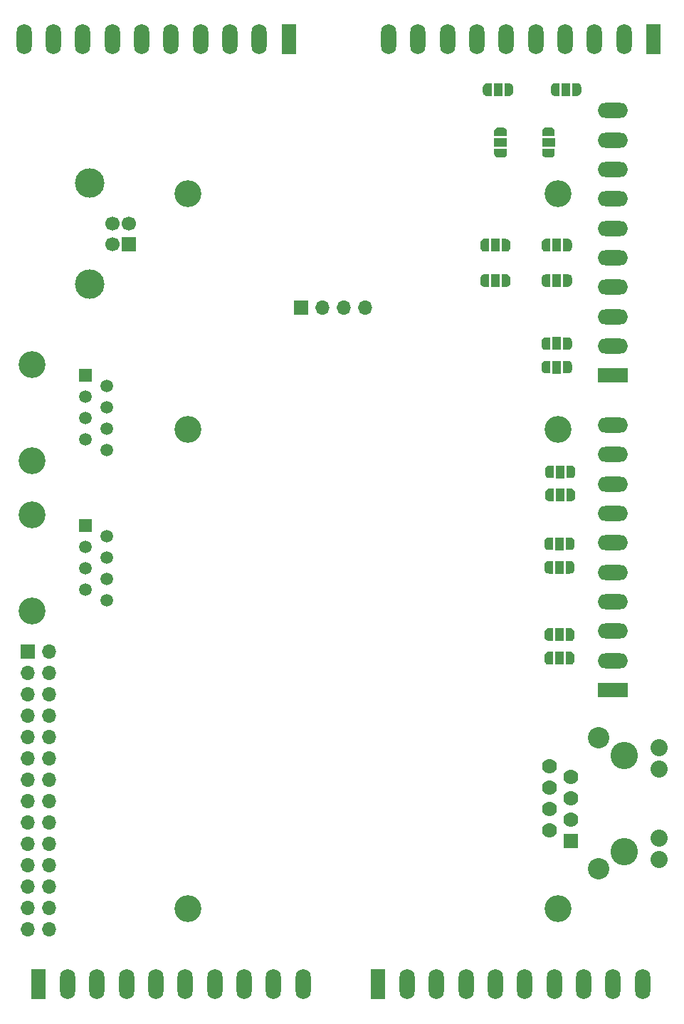
<source format=gbr>
%TF.GenerationSoftware,KiCad,Pcbnew,5.99.0-unknown-b90e72ed07~107~ubuntu18.04.1*%
%TF.CreationDate,2021-02-01T09:40:28+01:00*%
%TF.ProjectId,Uni_Printer,556e695f-5072-4696-9e74-65722e6b6963,rev?*%
%TF.SameCoordinates,PX48009e0PY88da2e0*%
%TF.FileFunction,Soldermask,Bot*%
%TF.FilePolarity,Negative*%
%FSLAX46Y46*%
G04 Gerber Fmt 4.6, Leading zero omitted, Abs format (unit mm)*
G04 Created by KiCad (PCBNEW 5.99.0-unknown-b90e72ed07~107~ubuntu18.04.1) date 2021-02-01 09:40:28*
%MOMM*%
%LPD*%
G01*
G04 APERTURE LIST*
%ADD10C,3.200000*%
%ADD11R,1.800000X3.600000*%
%ADD12O,1.800000X3.600000*%
%ADD13R,1.500000X1.500000*%
%ADD14C,1.500000*%
%ADD15R,3.600000X1.800000*%
%ADD16O,3.600000X1.800000*%
%ADD17R,1.700000X1.700000*%
%ADD18O,1.700000X1.700000*%
%ADD19C,3.251200*%
%ADD20R,1.778000X1.778000*%
%ADD21C,1.778000*%
%ADD22C,2.032000*%
%ADD23C,2.540000*%
%ADD24C,1.700000*%
%ADD25C,3.500000*%
%ADD26R,1.000000X1.500000*%
%ADD27R,1.500000X1.000000*%
G04 APERTURE END LIST*
D10*
X22500000Y101500000D03*
X66500000Y101500000D03*
X66500000Y16500000D03*
X22500000Y16500000D03*
D11*
X4700000Y7500000D03*
D12*
X8200000Y7500000D03*
X11700000Y7500000D03*
X15200000Y7500000D03*
X18700000Y7500000D03*
X22200000Y7500000D03*
X25700000Y7500000D03*
X29200000Y7500000D03*
X32700000Y7500000D03*
X36200000Y7500000D03*
D10*
X3950000Y81170000D03*
X3950000Y69740000D03*
D13*
X10300000Y79900000D03*
D14*
X12840000Y78630000D03*
X10300000Y77360000D03*
X12840000Y76090000D03*
X10300000Y74820000D03*
X12840000Y73550000D03*
X10300000Y72280000D03*
X12840000Y71010000D03*
D15*
X73100000Y42500000D03*
D16*
X73100000Y46000000D03*
X73100000Y49500000D03*
X73100000Y53000000D03*
X73100000Y56500000D03*
X73100000Y60000000D03*
X73100000Y63500000D03*
X73100000Y67000000D03*
X73100000Y70500000D03*
X73100000Y74000000D03*
D17*
X3500000Y47120000D03*
D18*
X6040000Y47120000D03*
X3500000Y44580000D03*
X6040000Y44580000D03*
X3500000Y42040000D03*
X6040000Y42040000D03*
X3500000Y39500000D03*
X6040000Y39500000D03*
X3500000Y36960000D03*
X6040000Y36960000D03*
X3500000Y34420000D03*
X6040000Y34420000D03*
X3500000Y31880000D03*
X6040000Y31880000D03*
X3500000Y29340000D03*
X6040000Y29340000D03*
X3500000Y26800000D03*
X6040000Y26800000D03*
X3500000Y24260000D03*
X6040000Y24260000D03*
X3500000Y21720000D03*
X6040000Y21720000D03*
X3500000Y19180000D03*
X6040000Y19180000D03*
X3500000Y16640000D03*
X6040000Y16640000D03*
X3500000Y14100000D03*
X6040000Y14100000D03*
D10*
X22500000Y73500000D03*
D11*
X77900000Y119900000D03*
D12*
X74400000Y119900000D03*
X70900000Y119900000D03*
X67400000Y119900000D03*
X63900000Y119900000D03*
X60400000Y119900000D03*
X56900000Y119900000D03*
X53400000Y119900000D03*
X49900000Y119900000D03*
X46400000Y119900000D03*
D11*
X34500000Y119900000D03*
D12*
X31000000Y119900000D03*
X27500000Y119900000D03*
X24000000Y119900000D03*
X20500000Y119900000D03*
X17000000Y119900000D03*
X13500000Y119900000D03*
X10000000Y119900000D03*
X6500000Y119900000D03*
X3000000Y119900000D03*
D11*
X45100000Y7500000D03*
D12*
X48600000Y7500000D03*
X52100000Y7500000D03*
X55600000Y7500000D03*
X59100000Y7500000D03*
X62600000Y7500000D03*
X66100000Y7500000D03*
X69600000Y7500000D03*
X73100000Y7500000D03*
X76600000Y7500000D03*
D15*
X73100000Y79900000D03*
D16*
X73100000Y83400000D03*
X73100000Y86900000D03*
X73100000Y90400000D03*
X73100000Y93900000D03*
X73100000Y97400000D03*
X73100000Y100900000D03*
X73100000Y104400000D03*
X73100000Y107900000D03*
X73100000Y111400000D03*
D19*
X74450000Y34760000D03*
X74450000Y23330000D03*
D20*
X68100000Y24600000D03*
D21*
X65560000Y25870000D03*
X68100000Y27140000D03*
X65560000Y28410000D03*
X68100000Y29680000D03*
X65560000Y30950000D03*
X68100000Y32220000D03*
X65560000Y33490000D03*
D22*
X78564800Y22395400D03*
X78564800Y24935000D03*
X78564800Y33130000D03*
X78564800Y35669200D03*
D23*
X71400000Y36795000D03*
X71400000Y21295000D03*
D17*
X15500000Y95500000D03*
D24*
X15500000Y98000000D03*
X13500000Y98000000D03*
X13500000Y95500000D03*
D25*
X10790000Y102770000D03*
X10790000Y90730000D03*
D17*
X36000000Y88000000D03*
D18*
X38540000Y88000000D03*
X41080000Y88000000D03*
X43620000Y88000000D03*
D10*
X66500000Y73500000D03*
X3950000Y63370000D03*
X3950000Y51940000D03*
D13*
X10300000Y62100000D03*
D14*
X12840000Y60830000D03*
X10300000Y59560000D03*
X12840000Y58290000D03*
X10300000Y57020000D03*
X12840000Y55750000D03*
X10300000Y54480000D03*
X12840000Y53210000D03*
G36*
X65650000Y94650000D02*
G01*
X65100000Y94650000D01*
X65100000Y94654967D01*
X65020059Y94656432D01*
X64884744Y94698707D01*
X64766734Y94777262D01*
X64675514Y94885781D01*
X64618419Y95015540D01*
X64600836Y95150000D01*
X64600000Y95150000D01*
X64600000Y95650000D01*
X64600836Y95650000D01*
X64600037Y95656109D01*
X64621848Y95796186D01*
X64682096Y95924511D01*
X64775940Y96030769D01*
X64895835Y96106417D01*
X65032142Y96145374D01*
X65100000Y96144959D01*
X65100000Y96150000D01*
X65650000Y96150000D01*
X65650000Y94650000D01*
G37*
D26*
X66400000Y95400000D03*
G36*
X67700000Y96144959D02*
G01*
X67773905Y96144508D01*
X67909726Y96103889D01*
X68028688Y96026782D01*
X68121226Y95919385D01*
X68179903Y95790333D01*
X68200000Y95650000D01*
X68200000Y95150000D01*
X68199851Y95137784D01*
X68176331Y94997983D01*
X68114519Y94870404D01*
X68019384Y94765300D01*
X67898574Y94691123D01*
X67761801Y94653834D01*
X67700000Y94654967D01*
X67700000Y94650000D01*
X67150000Y94650000D01*
X67150000Y96150000D01*
X67700000Y96150000D01*
X67700000Y96144959D01*
G37*
G36*
X59850000Y91950000D02*
G01*
X60400000Y91950000D01*
X60400000Y91945033D01*
X60479941Y91943568D01*
X60615256Y91901293D01*
X60733266Y91822738D01*
X60824486Y91714219D01*
X60881581Y91584460D01*
X60899164Y91450000D01*
X60900000Y91450000D01*
X60900000Y90950000D01*
X60899164Y90950000D01*
X60899963Y90943891D01*
X60878152Y90803814D01*
X60817904Y90675489D01*
X60724060Y90569231D01*
X60604165Y90493583D01*
X60467858Y90454626D01*
X60400000Y90455041D01*
X60400000Y90450000D01*
X59850000Y90450000D01*
X59850000Y91950000D01*
G37*
X59100000Y91200000D03*
G36*
X57800000Y90455041D02*
G01*
X57726095Y90455492D01*
X57590274Y90496111D01*
X57471312Y90573218D01*
X57378774Y90680615D01*
X57320097Y90809667D01*
X57300000Y90950000D01*
X57300000Y91450000D01*
X57300149Y91462216D01*
X57323669Y91602017D01*
X57385481Y91729596D01*
X57480616Y91834700D01*
X57601426Y91908877D01*
X57738199Y91946166D01*
X57800000Y91945033D01*
X57800000Y91950000D01*
X58350000Y91950000D01*
X58350000Y90450000D01*
X57800000Y90450000D01*
X57800000Y90455041D01*
G37*
G36*
X65650000Y90450000D02*
G01*
X65100000Y90450000D01*
X65100000Y90454967D01*
X65020059Y90456432D01*
X64884744Y90498707D01*
X64766734Y90577262D01*
X64675514Y90685781D01*
X64618419Y90815540D01*
X64600836Y90950000D01*
X64600000Y90950000D01*
X64600000Y91450000D01*
X64600836Y91450000D01*
X64600037Y91456109D01*
X64621848Y91596186D01*
X64682096Y91724511D01*
X64775940Y91830769D01*
X64895835Y91906417D01*
X65032142Y91945374D01*
X65100000Y91944959D01*
X65100000Y91950000D01*
X65650000Y91950000D01*
X65650000Y90450000D01*
G37*
X66400000Y91200000D03*
G36*
X67700000Y91944959D02*
G01*
X67773905Y91944508D01*
X67909726Y91903889D01*
X68028688Y91826782D01*
X68121226Y91719385D01*
X68179903Y91590333D01*
X68200000Y91450000D01*
X68200000Y90950000D01*
X68199851Y90937784D01*
X68176331Y90797983D01*
X68114519Y90670404D01*
X68019384Y90565300D01*
X67898574Y90491123D01*
X67761801Y90453834D01*
X67700000Y90454967D01*
X67700000Y90450000D01*
X67150000Y90450000D01*
X67150000Y91950000D01*
X67700000Y91950000D01*
X67700000Y91944959D01*
G37*
G36*
X65650000Y82950000D02*
G01*
X65100000Y82950000D01*
X65100000Y82954967D01*
X65020059Y82956432D01*
X64884744Y82998707D01*
X64766734Y83077262D01*
X64675514Y83185781D01*
X64618419Y83315540D01*
X64600836Y83450000D01*
X64600000Y83450000D01*
X64600000Y83950000D01*
X64600836Y83950000D01*
X64600037Y83956109D01*
X64621848Y84096186D01*
X64682096Y84224511D01*
X64775940Y84330769D01*
X64895835Y84406417D01*
X65032142Y84445374D01*
X65100000Y84444959D01*
X65100000Y84450000D01*
X65650000Y84450000D01*
X65650000Y82950000D01*
G37*
X66400000Y83700000D03*
G36*
X67700000Y84444959D02*
G01*
X67773905Y84444508D01*
X67909726Y84403889D01*
X68028688Y84326782D01*
X68121226Y84219385D01*
X68179903Y84090333D01*
X68200000Y83950000D01*
X68200000Y83450000D01*
X68199851Y83437784D01*
X68176331Y83297983D01*
X68114519Y83170404D01*
X68019384Y83065300D01*
X67898574Y82991123D01*
X67761801Y82953834D01*
X67700000Y82954967D01*
X67700000Y82950000D01*
X67150000Y82950000D01*
X67150000Y84450000D01*
X67700000Y84450000D01*
X67700000Y84444959D01*
G37*
G36*
X67550000Y66450000D02*
G01*
X68100000Y66450000D01*
X68100000Y66445033D01*
X68179941Y66443568D01*
X68315256Y66401293D01*
X68433266Y66322738D01*
X68524486Y66214219D01*
X68581581Y66084460D01*
X68599164Y65950000D01*
X68600000Y65950000D01*
X68600000Y65450000D01*
X68599164Y65450000D01*
X68599963Y65443891D01*
X68578152Y65303814D01*
X68517904Y65175489D01*
X68424060Y65069231D01*
X68304165Y64993583D01*
X68167858Y64954626D01*
X68100000Y64955041D01*
X68100000Y64950000D01*
X67550000Y64950000D01*
X67550000Y66450000D01*
G37*
X66800000Y65700000D03*
G36*
X65500000Y64955041D02*
G01*
X65426095Y64955492D01*
X65290274Y64996111D01*
X65171312Y65073218D01*
X65078774Y65180615D01*
X65020097Y65309667D01*
X65000000Y65450000D01*
X65000000Y65950000D01*
X65000149Y65962216D01*
X65023669Y66102017D01*
X65085481Y66229596D01*
X65180616Y66334700D01*
X65301426Y66408877D01*
X65438199Y66446166D01*
X65500000Y66445033D01*
X65500000Y66450000D01*
X66050000Y66450000D01*
X66050000Y64950000D01*
X65500000Y64950000D01*
X65500000Y64955041D01*
G37*
G36*
X65950000Y59150000D02*
G01*
X65400000Y59150000D01*
X65400000Y59154967D01*
X65320059Y59156432D01*
X65184744Y59198707D01*
X65066734Y59277262D01*
X64975514Y59385781D01*
X64918419Y59515540D01*
X64900836Y59650000D01*
X64900000Y59650000D01*
X64900000Y60150000D01*
X64900836Y60150000D01*
X64900037Y60156109D01*
X64921848Y60296186D01*
X64982096Y60424511D01*
X65075940Y60530769D01*
X65195835Y60606417D01*
X65332142Y60645374D01*
X65400000Y60644959D01*
X65400000Y60650000D01*
X65950000Y60650000D01*
X65950000Y59150000D01*
G37*
X66700000Y59900000D03*
G36*
X68000000Y60644959D02*
G01*
X68073905Y60644508D01*
X68209726Y60603889D01*
X68328688Y60526782D01*
X68421226Y60419385D01*
X68479903Y60290333D01*
X68500000Y60150000D01*
X68500000Y59650000D01*
X68499851Y59637784D01*
X68476331Y59497983D01*
X68414519Y59370404D01*
X68319384Y59265300D01*
X68198574Y59191123D01*
X68061801Y59153834D01*
X68000000Y59154967D01*
X68000000Y59150000D01*
X67450000Y59150000D01*
X67450000Y60650000D01*
X68000000Y60650000D01*
X68000000Y60644959D01*
G37*
G36*
X67150000Y81650000D02*
G01*
X67700000Y81650000D01*
X67700000Y81645033D01*
X67779941Y81643568D01*
X67915256Y81601293D01*
X68033266Y81522738D01*
X68124486Y81414219D01*
X68181581Y81284460D01*
X68199164Y81150000D01*
X68200000Y81150000D01*
X68200000Y80650000D01*
X68199164Y80650000D01*
X68199963Y80643891D01*
X68178152Y80503814D01*
X68117904Y80375489D01*
X68024060Y80269231D01*
X67904165Y80193583D01*
X67767858Y80154626D01*
X67700000Y80155041D01*
X67700000Y80150000D01*
X67150000Y80150000D01*
X67150000Y81650000D01*
G37*
X66400000Y80900000D03*
G36*
X65100000Y80155041D02*
G01*
X65026095Y80155492D01*
X64890274Y80196111D01*
X64771312Y80273218D01*
X64678774Y80380615D01*
X64620097Y80509667D01*
X64600000Y80650000D01*
X64600000Y81150000D01*
X64600149Y81162216D01*
X64623669Y81302017D01*
X64685481Y81429596D01*
X64780616Y81534700D01*
X64901426Y81608877D01*
X65038199Y81646166D01*
X65100000Y81645033D01*
X65100000Y81650000D01*
X65650000Y81650000D01*
X65650000Y80150000D01*
X65100000Y80150000D01*
X65100000Y80155041D01*
G37*
G36*
X60150000Y114650000D02*
G01*
X60700000Y114650000D01*
X60700000Y114645033D01*
X60779941Y114643568D01*
X60915256Y114601293D01*
X61033266Y114522738D01*
X61124486Y114414219D01*
X61181581Y114284460D01*
X61199164Y114150000D01*
X61200000Y114150000D01*
X61200000Y113650000D01*
X61199164Y113650000D01*
X61199963Y113643891D01*
X61178152Y113503814D01*
X61117904Y113375489D01*
X61024060Y113269231D01*
X60904165Y113193583D01*
X60767858Y113154626D01*
X60700000Y113155041D01*
X60700000Y113150000D01*
X60150000Y113150000D01*
X60150000Y114650000D01*
G37*
X59400000Y113900000D03*
G36*
X58100000Y113155041D02*
G01*
X58026095Y113155492D01*
X57890274Y113196111D01*
X57771312Y113273218D01*
X57678774Y113380615D01*
X57620097Y113509667D01*
X57600000Y113650000D01*
X57600000Y114150000D01*
X57600149Y114162216D01*
X57623669Y114302017D01*
X57685481Y114429596D01*
X57780616Y114534700D01*
X57901426Y114608877D01*
X58038199Y114646166D01*
X58100000Y114645033D01*
X58100000Y114650000D01*
X58650000Y114650000D01*
X58650000Y113150000D01*
X58100000Y113150000D01*
X58100000Y113155041D01*
G37*
G36*
X65950000Y48350000D02*
G01*
X65400000Y48350000D01*
X65400000Y48354967D01*
X65320059Y48356432D01*
X65184744Y48398707D01*
X65066734Y48477262D01*
X64975514Y48585781D01*
X64918419Y48715540D01*
X64900836Y48850000D01*
X64900000Y48850000D01*
X64900000Y49350000D01*
X64900836Y49350000D01*
X64900037Y49356109D01*
X64921848Y49496186D01*
X64982096Y49624511D01*
X65075940Y49730769D01*
X65195835Y49806417D01*
X65332142Y49845374D01*
X65400000Y49844959D01*
X65400000Y49850000D01*
X65950000Y49850000D01*
X65950000Y48350000D01*
G37*
X66700000Y49100000D03*
G36*
X68000000Y49844959D02*
G01*
X68073905Y49844508D01*
X68209726Y49803889D01*
X68328688Y49726782D01*
X68421226Y49619385D01*
X68479903Y49490333D01*
X68500000Y49350000D01*
X68500000Y48850000D01*
X68499851Y48837784D01*
X68476331Y48697983D01*
X68414519Y48570404D01*
X68319384Y48465300D01*
X68198574Y48391123D01*
X68061801Y48353834D01*
X68000000Y48354967D01*
X68000000Y48350000D01*
X67450000Y48350000D01*
X67450000Y49850000D01*
X68000000Y49850000D01*
X68000000Y49844959D01*
G37*
G36*
X66050000Y67700000D02*
G01*
X65500000Y67700000D01*
X65500000Y67704967D01*
X65420059Y67706432D01*
X65284744Y67748707D01*
X65166734Y67827262D01*
X65075514Y67935781D01*
X65018419Y68065540D01*
X65000836Y68200000D01*
X65000000Y68200000D01*
X65000000Y68700000D01*
X65000836Y68700000D01*
X65000037Y68706109D01*
X65021848Y68846186D01*
X65082096Y68974511D01*
X65175940Y69080769D01*
X65295835Y69156417D01*
X65432142Y69195374D01*
X65500000Y69194959D01*
X65500000Y69200000D01*
X66050000Y69200000D01*
X66050000Y67700000D01*
G37*
X66800000Y68450000D03*
G36*
X68100000Y69194959D02*
G01*
X68173905Y69194508D01*
X68309726Y69153889D01*
X68428688Y69076782D01*
X68521226Y68969385D01*
X68579903Y68840333D01*
X68600000Y68700000D01*
X68600000Y68200000D01*
X68599851Y68187784D01*
X68576331Y68047983D01*
X68514519Y67920404D01*
X68419384Y67815300D01*
X68298574Y67741123D01*
X68161801Y67703834D01*
X68100000Y67704967D01*
X68100000Y67700000D01*
X67550000Y67700000D01*
X67550000Y69200000D01*
X68100000Y69200000D01*
X68100000Y69194959D01*
G37*
G36*
X66150000Y106850000D02*
G01*
X66150000Y106300000D01*
X66145033Y106300000D01*
X66143568Y106220059D01*
X66101293Y106084744D01*
X66022738Y105966734D01*
X65914219Y105875514D01*
X65784460Y105818419D01*
X65650000Y105800836D01*
X65650000Y105800000D01*
X65150000Y105800000D01*
X65150000Y105800836D01*
X65143891Y105800037D01*
X65003814Y105821848D01*
X64875489Y105882096D01*
X64769231Y105975940D01*
X64693583Y106095835D01*
X64654626Y106232142D01*
X64655041Y106300000D01*
X64650000Y106300000D01*
X64650000Y106850000D01*
X66150000Y106850000D01*
G37*
D27*
X65400000Y107600000D03*
G36*
X64655041Y108900000D02*
G01*
X64655492Y108973905D01*
X64696111Y109109726D01*
X64773218Y109228688D01*
X64880615Y109321226D01*
X65009667Y109379903D01*
X65150000Y109400000D01*
X65650000Y109400000D01*
X65662216Y109399851D01*
X65802017Y109376331D01*
X65929596Y109314519D01*
X66034700Y109219384D01*
X66108877Y109098574D01*
X66146166Y108961801D01*
X66145033Y108900000D01*
X66150000Y108900000D01*
X66150000Y108350000D01*
X64650000Y108350000D01*
X64650000Y108900000D01*
X64655041Y108900000D01*
G37*
G36*
X59850000Y96150000D02*
G01*
X60400000Y96150000D01*
X60400000Y96145033D01*
X60479941Y96143568D01*
X60615256Y96101293D01*
X60733266Y96022738D01*
X60824486Y95914219D01*
X60881581Y95784460D01*
X60899164Y95650000D01*
X60900000Y95650000D01*
X60900000Y95150000D01*
X60899164Y95150000D01*
X60899963Y95143891D01*
X60878152Y95003814D01*
X60817904Y94875489D01*
X60724060Y94769231D01*
X60604165Y94693583D01*
X60467858Y94654626D01*
X60400000Y94655041D01*
X60400000Y94650000D01*
X59850000Y94650000D01*
X59850000Y96150000D01*
G37*
D26*
X59100000Y95400000D03*
G36*
X57800000Y94655041D02*
G01*
X57726095Y94655492D01*
X57590274Y94696111D01*
X57471312Y94773218D01*
X57378774Y94880615D01*
X57320097Y95009667D01*
X57300000Y95150000D01*
X57300000Y95650000D01*
X57300149Y95662216D01*
X57323669Y95802017D01*
X57385481Y95929596D01*
X57480616Y96034700D01*
X57601426Y96108877D01*
X57738199Y96146166D01*
X57800000Y96145033D01*
X57800000Y96150000D01*
X58350000Y96150000D01*
X58350000Y94650000D01*
X57800000Y94650000D01*
X57800000Y94655041D01*
G37*
G36*
X67450000Y47050000D02*
G01*
X68000000Y47050000D01*
X68000000Y47045033D01*
X68079941Y47043568D01*
X68215256Y47001293D01*
X68333266Y46922738D01*
X68424486Y46814219D01*
X68481581Y46684460D01*
X68499164Y46550000D01*
X68500000Y46550000D01*
X68500000Y46050000D01*
X68499164Y46050000D01*
X68499963Y46043891D01*
X68478152Y45903814D01*
X68417904Y45775489D01*
X68324060Y45669231D01*
X68204165Y45593583D01*
X68067858Y45554626D01*
X68000000Y45555041D01*
X68000000Y45550000D01*
X67450000Y45550000D01*
X67450000Y47050000D01*
G37*
X66700000Y46300000D03*
G36*
X65400000Y45555041D02*
G01*
X65326095Y45555492D01*
X65190274Y45596111D01*
X65071312Y45673218D01*
X64978774Y45780615D01*
X64920097Y45909667D01*
X64900000Y46050000D01*
X64900000Y46550000D01*
X64900149Y46562216D01*
X64923669Y46702017D01*
X64985481Y46829596D01*
X65080616Y46934700D01*
X65201426Y47008877D01*
X65338199Y47046166D01*
X65400000Y47045033D01*
X65400000Y47050000D01*
X65950000Y47050000D01*
X65950000Y45550000D01*
X65400000Y45550000D01*
X65400000Y45555041D01*
G37*
G36*
X66750000Y113150000D02*
G01*
X66200000Y113150000D01*
X66200000Y113154967D01*
X66120059Y113156432D01*
X65984744Y113198707D01*
X65866734Y113277262D01*
X65775514Y113385781D01*
X65718419Y113515540D01*
X65700836Y113650000D01*
X65700000Y113650000D01*
X65700000Y114150000D01*
X65700836Y114150000D01*
X65700037Y114156109D01*
X65721848Y114296186D01*
X65782096Y114424511D01*
X65875940Y114530769D01*
X65995835Y114606417D01*
X66132142Y114645374D01*
X66200000Y114644959D01*
X66200000Y114650000D01*
X66750000Y114650000D01*
X66750000Y113150000D01*
G37*
X67500000Y113900000D03*
G36*
X68800000Y114644959D02*
G01*
X68873905Y114644508D01*
X69009726Y114603889D01*
X69128688Y114526782D01*
X69221226Y114419385D01*
X69279903Y114290333D01*
X69300000Y114150000D01*
X69300000Y113650000D01*
X69299851Y113637784D01*
X69276331Y113497983D01*
X69214519Y113370404D01*
X69119384Y113265300D01*
X68998574Y113191123D01*
X68861801Y113153834D01*
X68800000Y113154967D01*
X68800000Y113150000D01*
X68250000Y113150000D01*
X68250000Y114650000D01*
X68800000Y114650000D01*
X68800000Y114644959D01*
G37*
G36*
X67450000Y57850000D02*
G01*
X68000000Y57850000D01*
X68000000Y57845033D01*
X68079941Y57843568D01*
X68215256Y57801293D01*
X68333266Y57722738D01*
X68424486Y57614219D01*
X68481581Y57484460D01*
X68499164Y57350000D01*
X68500000Y57350000D01*
X68500000Y56850000D01*
X68499164Y56850000D01*
X68499963Y56843891D01*
X68478152Y56703814D01*
X68417904Y56575489D01*
X68324060Y56469231D01*
X68204165Y56393583D01*
X68067858Y56354626D01*
X68000000Y56355041D01*
X68000000Y56350000D01*
X67450000Y56350000D01*
X67450000Y57850000D01*
G37*
X66700000Y57100000D03*
G36*
X65400000Y56355041D02*
G01*
X65326095Y56355492D01*
X65190274Y56396111D01*
X65071312Y56473218D01*
X64978774Y56580615D01*
X64920097Y56709667D01*
X64900000Y56850000D01*
X64900000Y57350000D01*
X64900149Y57362216D01*
X64923669Y57502017D01*
X64985481Y57629596D01*
X65080616Y57734700D01*
X65201426Y57808877D01*
X65338199Y57846166D01*
X65400000Y57845033D01*
X65400000Y57850000D01*
X65950000Y57850000D01*
X65950000Y56350000D01*
X65400000Y56350000D01*
X65400000Y56355041D01*
G37*
G36*
X58950000Y108350000D02*
G01*
X58950000Y108900000D01*
X58954967Y108900000D01*
X58956432Y108979941D01*
X58998707Y109115256D01*
X59077262Y109233266D01*
X59185781Y109324486D01*
X59315540Y109381581D01*
X59450000Y109399164D01*
X59450000Y109400000D01*
X59950000Y109400000D01*
X59950000Y109399164D01*
X59956109Y109399963D01*
X60096186Y109378152D01*
X60224511Y109317904D01*
X60330769Y109224060D01*
X60406417Y109104165D01*
X60445374Y108967858D01*
X60444959Y108900000D01*
X60450000Y108900000D01*
X60450000Y108350000D01*
X58950000Y108350000D01*
G37*
D27*
X59700000Y107600000D03*
G36*
X60444959Y106300000D02*
G01*
X60444508Y106226095D01*
X60403889Y106090274D01*
X60326782Y105971312D01*
X60219385Y105878774D01*
X60090333Y105820097D01*
X59950000Y105800000D01*
X59450000Y105800000D01*
X59437784Y105800149D01*
X59297983Y105823669D01*
X59170404Y105885481D01*
X59065300Y105980616D01*
X58991123Y106101426D01*
X58953834Y106238199D01*
X58954967Y106300000D01*
X58950000Y106300000D01*
X58950000Y106850000D01*
X60450000Y106850000D01*
X60450000Y106300000D01*
X60444959Y106300000D01*
G37*
M02*

</source>
